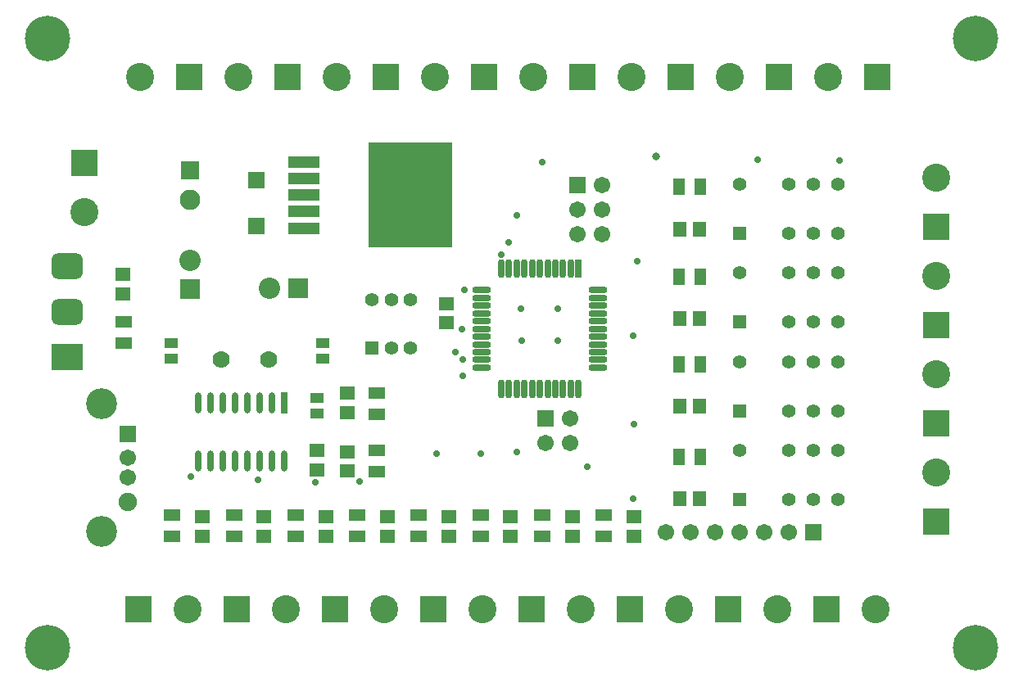
<source format=gts>
%FSLAX25Y25*%
%MOIN*%
G70*
G01*
G75*
G04 Layer_Color=8388736*
%ADD10R,0.05512X0.04724*%
%ADD11R,0.04921X0.03543*%
%ADD12R,0.33465X0.42126*%
%ADD13R,0.12205X0.04331*%
%ADD14R,0.05906X0.03937*%
%ADD15R,0.05906X0.05906*%
%ADD16R,0.01969X0.07874*%
%ADD17O,0.01969X0.07874*%
%ADD18R,0.03937X0.05906*%
%ADD19R,0.04724X0.05512*%
%ADD20R,0.01969X0.06890*%
%ADD21O,0.01969X0.06890*%
%ADD22O,0.06890X0.01969*%
%ADD23C,0.03937*%
%ADD24C,0.01969*%
%ADD25C,0.01000*%
%ADD26C,0.02362*%
%ADD27C,0.03150*%
%ADD28C,0.01575*%
%ADD29C,0.11811*%
%ADD30C,0.05906*%
%ADD31C,0.06693*%
%ADD32R,0.07087X0.07087*%
%ADD33C,0.07874*%
%ADD34R,0.07087X0.07087*%
%ADD35C,0.07480*%
%ADD36R,0.06693X0.06693*%
%ADD37C,0.10630*%
%ADD38R,0.09843X0.09843*%
%ADD39R,0.09843X0.09843*%
%ADD40C,0.17716*%
%ADD41C,0.04724*%
%ADD42R,0.04724X0.04724*%
G04:AMPARAMS|DCode=43|XSize=98.43mil|YSize=118.11mil|CornerRadius=24.61mil|HoleSize=0mil|Usage=FLASHONLY|Rotation=90.000|XOffset=0mil|YOffset=0mil|HoleType=Round|Shape=RoundedRectangle|*
%AMROUNDEDRECTD43*
21,1,0.09843,0.06890,0,0,90.0*
21,1,0.04921,0.11811,0,0,90.0*
1,1,0.04921,0.03445,0.02461*
1,1,0.04921,0.03445,-0.02461*
1,1,0.04921,-0.03445,-0.02461*
1,1,0.04921,-0.03445,0.02461*
%
%ADD43ROUNDEDRECTD43*%
%ADD44R,0.11811X0.09843*%
%ADD45C,0.04724*%
%ADD46R,0.04724X0.04724*%
%ADD47C,0.06200*%
%ADD48R,0.05906X0.05906*%
%ADD49C,0.01969*%
%ADD50C,0.02362*%
%ADD51R,0.02362X0.05906*%
%ADD52R,0.04724X0.03937*%
%ADD53R,0.04724X0.03543*%
%ADD54R,0.05118X0.03543*%
%ADD55C,0.00787*%
%ADD56C,0.00394*%
%ADD57C,0.00400*%
%ADD58C,0.00500*%
%ADD59C,0.01200*%
%ADD60C,0.00591*%
%ADD61C,0.00600*%
%ADD62C,0.00236*%
%ADD63C,0.00984*%
%ADD64R,0.06312X0.05524*%
%ADD65R,0.05721X0.04343*%
%ADD66R,0.34265X0.42926*%
%ADD67R,0.13005X0.05131*%
%ADD68R,0.06706X0.04737*%
%ADD69R,0.06706X0.06706*%
%ADD70R,0.02769X0.08674*%
%ADD71O,0.02769X0.08674*%
%ADD72R,0.04737X0.06706*%
%ADD73R,0.05524X0.06312*%
%ADD74R,0.02769X0.07690*%
%ADD75O,0.02769X0.07690*%
%ADD76O,0.07690X0.02769*%
%ADD77C,0.12611*%
%ADD78C,0.06706*%
%ADD79C,0.07493*%
%ADD80R,0.07887X0.07887*%
%ADD81C,0.08674*%
%ADD82R,0.07887X0.07887*%
%ADD83C,0.08280*%
%ADD84R,0.07493X0.07493*%
%ADD85C,0.11430*%
%ADD86R,0.10642X0.10642*%
%ADD87R,0.10642X0.10642*%
%ADD88C,0.18517*%
%ADD89C,0.05524*%
%ADD90R,0.05524X0.05524*%
G04:AMPARAMS|DCode=91|XSize=106.42mil|YSize=126.11mil|CornerRadius=26.61mil|HoleSize=0mil|Usage=FLASHONLY|Rotation=90.000|XOffset=0mil|YOffset=0mil|HoleType=Round|Shape=RoundedRectangle|*
%AMROUNDEDRECTD91*
21,1,0.10642,0.07290,0,0,90.0*
21,1,0.05321,0.12611,0,0,90.0*
1,1,0.05321,0.03645,0.02661*
1,1,0.05321,0.03645,-0.02661*
1,1,0.05321,-0.03645,-0.02661*
1,1,0.05321,-0.03645,0.02661*
%
%ADD91ROUNDEDRECTD91*%
%ADD92R,0.12611X0.10642*%
%ADD93C,0.05524*%
%ADD94R,0.05524X0.05524*%
%ADD95C,0.07000*%
%ADD96R,0.06706X0.06706*%
%ADD97C,0.02769*%
%ADD98C,0.03162*%
D64*
X320559Y273031D02*
D03*
Y265158D02*
D03*
X373315Y325000D02*
D03*
Y332874D02*
D03*
X273871Y238213D02*
D03*
Y246087D02*
D03*
X298967Y238213D02*
D03*
Y246087D02*
D03*
X324063Y238213D02*
D03*
Y246087D02*
D03*
X349159Y238213D02*
D03*
Y246087D02*
D03*
X374255Y238213D02*
D03*
Y246087D02*
D03*
X399351Y238213D02*
D03*
Y246087D02*
D03*
X424447Y238213D02*
D03*
Y246087D02*
D03*
X449543Y238213D02*
D03*
Y246087D02*
D03*
X241425Y344685D02*
D03*
Y336811D02*
D03*
X332906Y272606D02*
D03*
Y264732D02*
D03*
Y288606D02*
D03*
Y296480D02*
D03*
D65*
X320472Y288189D02*
D03*
Y294488D02*
D03*
X322921Y310433D02*
D03*
X322921Y316732D02*
D03*
X261110Y310433D02*
D03*
Y316732D02*
D03*
D66*
X358654Y377000D02*
D03*
D67*
X315346Y363598D02*
D03*
Y370299D02*
D03*
Y377000D02*
D03*
Y383701D02*
D03*
Y390402D02*
D03*
D68*
X261638Y246638D02*
D03*
Y237976D02*
D03*
X286734Y246638D02*
D03*
Y237976D02*
D03*
X311830Y246638D02*
D03*
Y237976D02*
D03*
X336926Y246638D02*
D03*
Y237976D02*
D03*
X362022Y246638D02*
D03*
Y237976D02*
D03*
X387118Y246638D02*
D03*
Y237976D02*
D03*
X412214Y246638D02*
D03*
Y237976D02*
D03*
X241740Y325394D02*
D03*
Y316732D02*
D03*
X437310Y246638D02*
D03*
Y237976D02*
D03*
X344905Y273268D02*
D03*
Y264606D02*
D03*
Y287945D02*
D03*
Y296606D02*
D03*
D69*
X295756Y364370D02*
D03*
Y383071D02*
D03*
X243524Y279921D02*
D03*
X413386Y286221D02*
D03*
X426378Y381102D02*
D03*
D70*
X307173Y292323D02*
D03*
D71*
X302173D02*
D03*
X297173D02*
D03*
X292173D02*
D03*
X287173D02*
D03*
X282173D02*
D03*
X277173D02*
D03*
X272173D02*
D03*
Y268701D02*
D03*
X277173D02*
D03*
X282173D02*
D03*
X287173D02*
D03*
X292173D02*
D03*
X297173D02*
D03*
X302173D02*
D03*
X307173D02*
D03*
D72*
X476630Y270521D02*
D03*
X467969D02*
D03*
X476630Y380394D02*
D03*
X467969D02*
D03*
X476630Y308145D02*
D03*
X467969D02*
D03*
X476630Y343769D02*
D03*
X467969D02*
D03*
D73*
X468205Y253394D02*
D03*
X476079D02*
D03*
X468205Y363266D02*
D03*
X476079D02*
D03*
X468205Y291018D02*
D03*
X476079D02*
D03*
X468205Y326642D02*
D03*
X476079D02*
D03*
D74*
X427000Y347000D02*
D03*
D75*
X423850D02*
D03*
X420701D02*
D03*
X417551D02*
D03*
X414402D02*
D03*
X411252D02*
D03*
X408102D02*
D03*
X404953D02*
D03*
X401803D02*
D03*
X398654D02*
D03*
X395504D02*
D03*
X395504Y298181D02*
D03*
X398654D02*
D03*
X401803D02*
D03*
X404953D02*
D03*
X408102D02*
D03*
X411252D02*
D03*
X414402D02*
D03*
X417551D02*
D03*
X420701D02*
D03*
X423850D02*
D03*
X427000D02*
D03*
D76*
X387630Y338339D02*
D03*
Y335189D02*
D03*
Y332039D02*
D03*
Y328890D02*
D03*
Y325740D02*
D03*
Y322590D02*
D03*
Y319441D02*
D03*
Y316291D02*
D03*
Y313142D02*
D03*
X387630Y309992D02*
D03*
Y306842D02*
D03*
X434874D02*
D03*
Y309992D02*
D03*
Y313142D02*
D03*
Y316291D02*
D03*
Y319441D02*
D03*
Y322590D02*
D03*
Y325740D02*
D03*
Y328890D02*
D03*
Y332039D02*
D03*
Y335189D02*
D03*
Y338339D02*
D03*
D77*
X232854Y240276D02*
D03*
Y292008D02*
D03*
D78*
X243524Y262205D02*
D03*
Y270079D02*
D03*
X423386Y276220D02*
D03*
X413386D02*
D03*
X423386Y286221D02*
D03*
X436378Y361102D02*
D03*
X426378Y361102D02*
D03*
X436378Y371102D02*
D03*
X426378D02*
D03*
X436378Y381102D02*
D03*
X462441Y239764D02*
D03*
X472441D02*
D03*
X482441D02*
D03*
X492441D02*
D03*
X512441D02*
D03*
X502441D02*
D03*
D79*
X243524Y252165D02*
D03*
D80*
X268984Y338779D02*
D03*
D81*
Y350590D02*
D03*
X301189Y339000D02*
D03*
D82*
X313000D02*
D03*
D83*
X269000Y375189D02*
D03*
D84*
Y387000D02*
D03*
D85*
X528500Y425000D02*
D03*
X488500Y425000D02*
D03*
X448500D02*
D03*
X408500D02*
D03*
X368500D02*
D03*
X328500D02*
D03*
X288500D02*
D03*
X248500D02*
D03*
X226000Y370000D02*
D03*
X268000Y208500D02*
D03*
X308000D02*
D03*
X348000D02*
D03*
X388000D02*
D03*
X428000D02*
D03*
X468000D02*
D03*
X508000D02*
D03*
X548000D02*
D03*
X572500Y264000D02*
D03*
X572500Y304000D02*
D03*
Y344000D02*
D03*
X572500Y384000D02*
D03*
D86*
X548500Y425000D02*
D03*
X508500Y425000D02*
D03*
X468500D02*
D03*
X428500D02*
D03*
X388500D02*
D03*
X348500D02*
D03*
X308500D02*
D03*
X268500D02*
D03*
X248000Y208500D02*
D03*
X288000D02*
D03*
X328000D02*
D03*
X368000D02*
D03*
X408000D02*
D03*
X448000D02*
D03*
X488000D02*
D03*
X528000D02*
D03*
D87*
X226000Y390000D02*
D03*
X572500Y244000D02*
D03*
X572500Y284000D02*
D03*
Y324000D02*
D03*
X572500Y364000D02*
D03*
D88*
X210717Y440748D02*
D03*
X588669D02*
D03*
Y192717D02*
D03*
X210717D02*
D03*
D89*
X342905Y334622D02*
D03*
X350780Y314937D02*
D03*
Y334622D02*
D03*
X358653Y314937D02*
D03*
Y334622D02*
D03*
D90*
X342905Y314937D02*
D03*
D91*
X218913Y348008D02*
D03*
Y329504D02*
D03*
D92*
Y311000D02*
D03*
D93*
X532500Y273000D02*
D03*
Y253000D02*
D03*
X522500D02*
D03*
Y273000D02*
D03*
X492500Y273000D02*
D03*
X512500Y253000D02*
D03*
Y273000D02*
D03*
X532500Y381500D02*
D03*
Y361500D02*
D03*
X522500D02*
D03*
Y381500D02*
D03*
X492500Y381500D02*
D03*
X512500Y361500D02*
D03*
Y381500D02*
D03*
X532500Y309167D02*
D03*
Y289167D02*
D03*
X522500D02*
D03*
Y309167D02*
D03*
X492500Y309167D02*
D03*
X512500Y289167D02*
D03*
Y309167D02*
D03*
X532500Y345333D02*
D03*
Y325333D02*
D03*
X522500D02*
D03*
Y345333D02*
D03*
X492500Y345333D02*
D03*
X512500Y325333D02*
D03*
Y345333D02*
D03*
D94*
X492500Y253000D02*
D03*
Y361500D02*
D03*
Y289167D02*
D03*
Y325333D02*
D03*
D95*
X300874Y310039D02*
D03*
X281661D02*
D03*
D96*
X522441Y239764D02*
D03*
D97*
X500000Y391339D02*
D03*
X379661Y322590D02*
D03*
X379961Y309992D02*
D03*
Y303623D02*
D03*
X376858Y313189D02*
D03*
X269311Y262402D02*
D03*
X296543Y261221D02*
D03*
X319786Y260053D02*
D03*
X337882Y260433D02*
D03*
X369169Y271846D02*
D03*
X387118Y271850D02*
D03*
X430658Y266475D02*
D03*
X449299Y253346D02*
D03*
X449693Y283661D02*
D03*
X449299Y319882D02*
D03*
X450874Y350197D02*
D03*
X380402Y338386D02*
D03*
X395504Y352811D02*
D03*
X412291Y390354D02*
D03*
X401803Y368843D02*
D03*
X398654Y357677D02*
D03*
X533157Y391142D02*
D03*
X403630Y330906D02*
D03*
X418590D02*
D03*
Y317913D02*
D03*
X404024D02*
D03*
X352449Y388386D02*
D03*
X359929D02*
D03*
X356386Y379724D02*
D03*
X365835D02*
D03*
X350087Y367913D02*
D03*
X363472D02*
D03*
X401803Y272441D02*
D03*
D98*
X458661Y392913D02*
D03*
M02*

</source>
